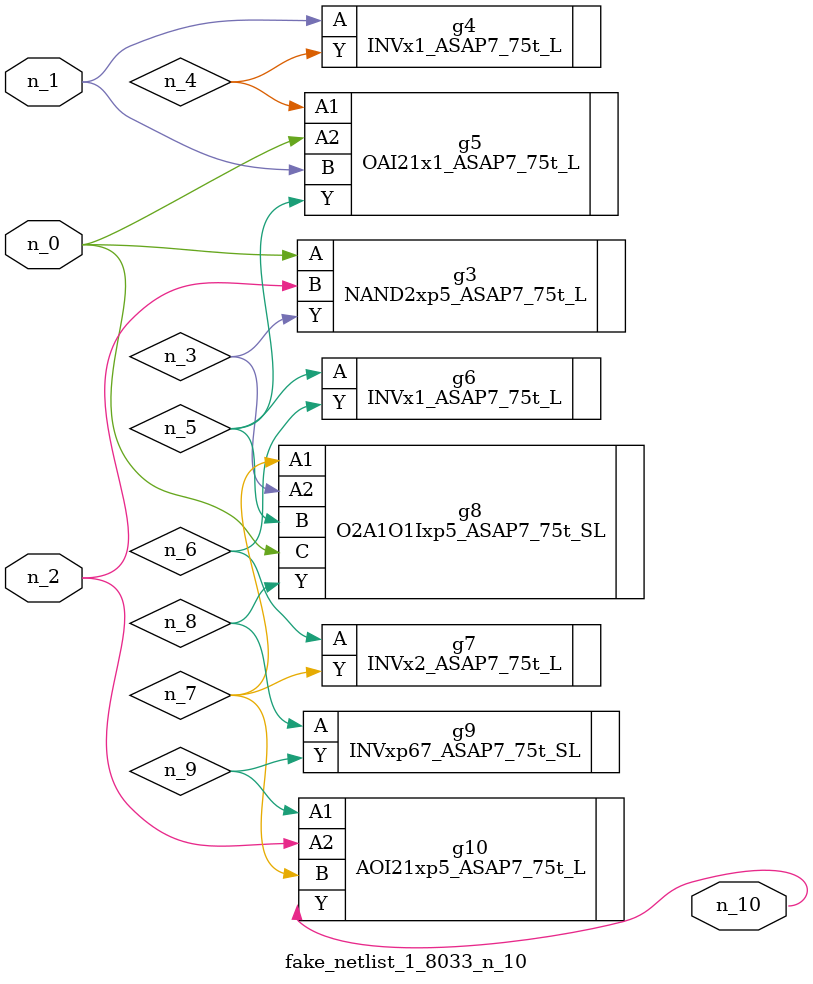
<source format=v>
module fake_netlist_1_8033_n_10 (n_1, n_2, n_0, n_10);
input n_1;
input n_2;
input n_0;
output n_10;
wire n_6;
wire n_4;
wire n_3;
wire n_9;
wire n_5;
wire n_7;
wire n_8;
NAND2xp5_ASAP7_75t_L g3 ( .A(n_0), .B(n_2), .Y(n_3) );
INVx1_ASAP7_75t_L g4 ( .A(n_1), .Y(n_4) );
OAI21x1_ASAP7_75t_L g5 ( .A1(n_4), .A2(n_0), .B(n_1), .Y(n_5) );
INVx1_ASAP7_75t_L g6 ( .A(n_5), .Y(n_6) );
INVx2_ASAP7_75t_L g7 ( .A(n_6), .Y(n_7) );
O2A1O1Ixp5_ASAP7_75t_SL g8 ( .A1(n_7), .A2(n_3), .B(n_5), .C(n_0), .Y(n_8) );
INVxp67_ASAP7_75t_SL g9 ( .A(n_8), .Y(n_9) );
AOI21xp5_ASAP7_75t_L g10 ( .A1(n_9), .A2(n_2), .B(n_7), .Y(n_10) );
endmodule
</source>
